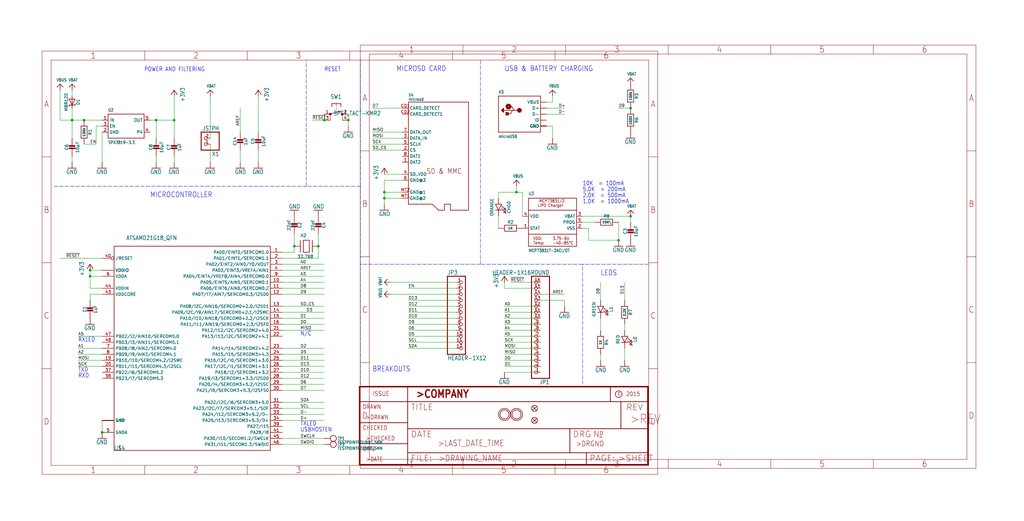
<source format=kicad_sch>
(kicad_sch (version 20211123) (generator eeschema)
  (paper "User" 433.07 220.421)
  (lib_symbols
    (symbol "eagleSchem-eagle-import:+3V3" (power)
      (property "Value" "+3V3" (at -2.54 -5.08 90))
      (symbol "+3V3_1_0"
        (pin power_in line (at 0 -2.54 90) (length 2.54) (name "+3V3") (number "1"))
      )
    )
    (symbol "eagleSchem-eagle-import:ATSAMD21J_QFN"
      (property "Value" "ATSAMD21J_QFN" (at -15.24 40.64 0))
      (symbol "ATSAMD21J_QFN_1_0"
        (pin bidirectional line (at 50.8 35.56 180) (length 5.08) (name "PA00/EINT0/SERCOM1.0") (number "1"))
        (pin bidirectional line (at 50.8 22.86 180) (length 5.08) (name "PA05/EINT5/AIN5/SERCOM0.1") (number "10"))
        (pin bidirectional line (at 50.8 20.32 180) (length 5.08) (name "PA06/EINT6/AIN6/SERCOM0.2") (number "11"))
        (pin bidirectional line (at 50.8 17.78 180) (length 5.08) (name "PA07/I7/AIN7/SERCOM0.3/I2SD0") (number "12"))
        (pin bidirectional line (at 50.8 12.7 180) (length 5.08) (name "PA08/I2C/AIN16/SERCOM0+2.0/I2SD1") (number "13"))
        (pin bidirectional line (at 50.8 10.16 180) (length 5.08) (name "PA09/I2C/I9/AIN17/SERCOM0+2.1/I2SMC") (number "14"))
        (pin bidirectional line (at 50.8 7.62 180) (length 5.08) (name "PA10/I10/AIN18/SERCOM0+2.2/I2SCK") (number "15"))
        (pin bidirectional line (at 50.8 5.08 180) (length 5.08) (name "PA11/I11/AIN19/SERCOM0+2.3/I2SF0") (number "16"))
        (pin power_in line (at -25.4 27.94 0) (length 5.08) (name "VDDIO") (number "17"))
        (pin power_in line (at -25.4 -35.56 0) (length 5.08) (name "GND") (number "18"))
        (pin bidirectional line (at -25.4 -10.16 0) (length 5.08) (name "PB10/I10/SERCOM4.2/I2SMC") (number "19"))
        (pin bidirectional line (at 50.8 33.02 180) (length 5.08) (name "PA01/EINT1/SERCOM1.1") (number "2"))
        (pin bidirectional line (at -25.4 -12.7 0) (length 5.08) (name "PB11/I11/SERCOM4.3/I2SCL") (number "20"))
        (pin bidirectional line (at 50.8 2.54 180) (length 5.08) (name "PA12/I12/I2C/SERCOM2+4.0") (number "21"))
        (pin bidirectional line (at 50.8 0 180) (length 5.08) (name "PA13/I13/I2C/SERCOM2+4.1") (number "22"))
        (pin bidirectional line (at 50.8 -5.08 180) (length 5.08) (name "PA14/I14/SERCOM2+4.2") (number "23"))
        (pin bidirectional line (at 50.8 -7.62 180) (length 5.08) (name "PA15/I15/SERCOM3+4.3") (number "24"))
        (pin bidirectional line (at 50.8 -10.16 180) (length 5.08) (name "PA16/I2C/I0/SERCOM1+3.0") (number "25"))
        (pin bidirectional line (at 50.8 -12.7 180) (length 5.08) (name "PA17/I2C/I1/SERCOM1+3.1") (number "26"))
        (pin bidirectional line (at 50.8 -15.24 180) (length 5.08) (name "PA18/I2/SERCOM1+3.2") (number "27"))
        (pin bidirectional line (at 50.8 -17.78 180) (length 5.08) (name "PA19/I3/SERCOM1+3.3/I2SD0") (number "28"))
        (pin bidirectional line (at 50.8 -20.32 180) (length 5.08) (name "PA20/I4/SERCOM3+5.2/I2SSC") (number "29"))
        (pin bidirectional line (at 50.8 30.48 180) (length 5.08) (name "PA02/EINT2/AIN0/Y0/VOUT") (number "3"))
        (pin bidirectional line (at 50.8 -22.86 180) (length 5.08) (name "PA21/I5/SERCOM3+5.3/I2SFS0") (number "30"))
        (pin bidirectional line (at 50.8 -27.94 180) (length 5.08) (name "PA22/I2C/I6/SERCOM3+5.0") (number "31"))
        (pin bidirectional line (at 50.8 -30.48 180) (length 5.08) (name "PA23/I2C/I7/SERCOM3+5.1/SOF") (number "32"))
        (pin bidirectional line (at 50.8 -33.02 180) (length 5.08) (name "PA24/I12/SERCOM3+5.2/D-") (number "33"))
        (pin bidirectional line (at 50.8 -35.56 180) (length 5.08) (name "PA25/I13/SERCOM3+5.3/D+") (number "34"))
        (pin power_in line (at -25.4 -35.56 0) (length 5.08) (name "GND") (number "35"))
        (pin power_in line (at -25.4 27.94 0) (length 5.08) (name "VDDIO") (number "36"))
        (pin bidirectional line (at -25.4 -15.24 0) (length 5.08) (name "PB22/I6/SERCOM5.2") (number "37"))
        (pin bidirectional line (at -25.4 -17.78 0) (length 5.08) (name "PB23/I7/SERCOM5.3") (number "38"))
        (pin bidirectional line (at 50.8 -38.1 180) (length 5.08) (name "PA27/I15") (number "39"))
        (pin bidirectional line (at 50.8 27.94 180) (length 5.08) (name "PA03/EINT3/VREFA/AIN1") (number "4"))
        (pin bidirectional inverted (at -25.4 33.02 0) (length 5.08) (name "/RESET") (number "40"))
        (pin bidirectional line (at 50.8 -40.64 180) (length 5.08) (name "PA28/I8") (number "41"))
        (pin power_in line (at -25.4 -35.56 0) (length 5.08) (name "GND") (number "42"))
        (pin power_in line (at -25.4 17.78 0) (length 5.08) (name "VDDCORE") (number "43"))
        (pin power_in line (at -25.4 20.32 0) (length 5.08) (name "VDDIN") (number "44"))
        (pin bidirectional line (at 50.8 -43.18 180) (length 5.08) (name "PA30/I10/SECOM1.2/SWCLK") (number "45"))
        (pin bidirectional line (at 50.8 -45.72 180) (length 5.08) (name "PA31/I11/SECOM1.3/SWDIO") (number "46"))
        (pin bidirectional line (at -25.4 0 0) (length 5.08) (name "PB02/I2/AIN10/SERCOM5.0") (number "47"))
        (pin bidirectional line (at -25.4 -2.54 0) (length 5.08) (name "PB03/I3/AIN11/SERCOM5.1") (number "48"))
        (pin power_in line (at -25.4 -40.64 0) (length 5.08) (name "GNDA") (number "5"))
        (pin power_in line (at -25.4 25.4 0) (length 5.08) (name "VDDA") (number "6"))
        (pin bidirectional line (at -25.4 -5.08 0) (length 5.08) (name "PB08/I8/AIN2/SERCOM4.0") (number "7"))
        (pin bidirectional line (at -25.4 -7.62 0) (length 5.08) (name "PB09/I9/AIN3/SERCOM4.1") (number "8"))
        (pin bidirectional line (at 50.8 25.4 180) (length 5.08) (name "PA04/EINT4/VREFB/AIN4/SERCOM0.0") (number "9"))
        (pin power_in line (at -25.4 -35.56 0) (length 5.08) (name "GND") (number "THERMAL"))
      )
    )
    (symbol "eagleSchem-eagle-import:CAP_CERAMIC0603_NO"
      (property "Reference" "C" (at -2.29 1.25 90))
      (property "Value" "CAP_CERAMIC0603_NO" (at 2.3 1.25 90))
      (symbol "CAP_CERAMIC0603_NO_1_0"
        (pin passive line (at 0 5.08 270) (length 2.54) (name "1") (number "1"))
        (pin passive line (at 0 -2.54 90) (length 2.54) (name "2") (number "2"))
      )
    )
    (symbol "eagleSchem-eagle-import:CAP_CERAMIC0805-NOOUTLINE"
      (property "Reference" "C" (at -2.29 1.25 90))
      (property "Value" "CAP_CERAMIC0805-NOOUTLINE" (at 2.3 1.25 90))
      (symbol "CAP_CERAMIC0805-NOOUTLINE_1_0"
        (pin passive line (at 0 5.08 270) (length 2.54) (name "1") (number "1"))
        (pin passive line (at 0 -2.54 90) (length 2.54) (name "2") (number "2"))
      )
    )
    (symbol "eagleSchem-eagle-import:CON_JST_PH_2PIN"
      (property "Reference" "X" (at -6.35 5.715 0))
      (property "Value" "CON_JST_PH_2PIN" (at -6.35 -5.08 0))
      (symbol "CON_JST_PH_2PIN_1_0"
        (pin passive inverted (at -2.54 2.54 0) (length 2.54) (name "1") (number "1"))
        (pin passive inverted (at -2.54 0 0) (length 2.54) (name "2") (number "2"))
      )
    )
    (symbol "eagleSchem-eagle-import:DIODE-SCHOTTKYSOD-123"
      (property "Reference" "D" (at 0 2.54 0))
      (property "Value" "DIODE-SCHOTTKYSOD-123" (at 0 -2.5 0))
      (symbol "DIODE-SCHOTTKYSOD-123_1_0"
        (pin passive line (at -2.54 0 0) (length 2.54) (name "A") (number "A"))
        (pin passive line (at 2.54 0 180) (length 2.54) (name "C") (number "C"))
      )
    )
    (symbol "eagleSchem-eagle-import:FIDUCIAL{dblquote}{dblquote}")
    (symbol "eagleSchem-eagle-import:FRAME_A4"
      (symbol "FRAME_A4_0_0"
        (text "1" (at 21.6958 1.905 0) (effects (font (size 2.54 2.286))))
        (text "1" (at 21.6958 177.165 0) (effects (font (size 2.54 2.286))))
        (text "2" (at 65.0875 1.905 0) (effects (font (size 2.54 2.286))))
        (text "2" (at 65.0875 177.165 0) (effects (font (size 2.54 2.286))))
        (text "3" (at 108.4792 1.905 0) (effects (font (size 2.54 2.286))))
        (text "3" (at 108.4792 177.165 0) (effects (font (size 2.54 2.286))))
        (text "4" (at 151.8708 1.905 0) (effects (font (size 2.54 2.286))))
        (text "4" (at 151.8708 177.165 0) (effects (font (size 2.54 2.286))))
        (text "5" (at 195.2625 1.905 0) (effects (font (size 2.54 2.286))))
        (text "5" (at 195.2625 177.165 0) (effects (font (size 2.54 2.286))))
        (text "6" (at 238.6542 1.905 0) (effects (font (size 2.54 2.286))))
        (text "6" (at 238.6542 177.165 0) (effects (font (size 2.54 2.286))))
        (text "A" (at 1.905 156.6863 0) (effects (font (size 2.54 2.286))))
        (text "A" (at 258.445 156.6863 0) (effects (font (size 2.54 2.286))))
        (text "B" (at 1.905 111.9188 0) (effects (font (size 2.54 2.286))))
        (text "B" (at 258.445 111.9188 0) (effects (font (size 2.54 2.286))))
        (text "C" (at 1.905 67.1513 0) (effects (font (size 2.54 2.286))))
        (text "C" (at 258.445 67.1513 0) (effects (font (size 2.54 2.286))))
        (text "D" (at 1.905 22.3838 0) (effects (font (size 2.54 2.286))))
        (text "D" (at 258.445 22.3838 0) (effects (font (size 2.54 2.286))))
      )
      (symbol "FRAME_A4_2_0"
        (text "2015" (at 112.4077 30.4673 0) (effects (font (size 1.778 1.5113)) (justify left bottom)))
        (text ">CHECKED" (at 2.2352 11.7348 0) (effects (font (size 1.778 1.5113)) (justify left bottom)))
        (text ">COMPANY" (at 23.349 29.6735 0) (effects (font (size 3.175 2.6987) (thickness 0.5397) bold) (justify left bottom)))
        (text ">DATE" (at 2.2352 2.8448 0) (effects (font (size 1.778 1.5113)) (justify left bottom)))
        (text ">DRAWING_NAME" (at 33.0327 2.8448 0) (effects (font (size 2.54 2.159)) (justify left bottom)))
        (text ">DRAWN" (at 2.2352 20.6248 0) (effects (font (size 1.778 1.5113)) (justify left bottom)))
        (text ">DRGNO" (at 91.1352 9.1948 0) (effects (font (size 2.1844 1.8567)) (justify left bottom)))
        (text ">LAST_DATE_TIME" (at 32.7152 9.1948 0) (effects (font (size 2.54 2.159)) (justify left bottom)))
        (text ">REV" (at 113.9952 18.7198 0) (effects (font (size 3.81 3.2385)) (justify left bottom)))
        (text ">SHEET" (at 108.9152 2.8448 0) (effects (font (size 2.54 2.54)) (justify left bottom)))
        (text "C" (at 108.7564 30.7848 0) (effects (font (size 1.27 1.0795)) (justify left bottom)))
        (text "CHECKED" (at 0.9652 16.1798 0) (effects (font (size 1.778 1.5113)) (justify left bottom)))
        (text "DATE" (at 0.9652 7.2898 0) (effects (font (size 1.778 1.5113)) (justify left bottom)))
        (text "DATE" (at 21.2852 13.0048 0) (effects (font (size 2.54 2.54)) (justify left bottom)))
        (text "DRAWN" (at 0.9652 25.0698 0) (effects (font (size 1.778 1.5113)) (justify left bottom)))
        (text "DRG" (at 89.8652 13.0048 0) (effects (font (size 2.54 2.54)) (justify left bottom)))
        (text "FILE:" (at 21.2852 2.8448 0) (effects (font (size 2.54 2.54)) (justify left bottom)))
        (text "ISSUE" (at 5.0927 30.4673 0) (effects (font (size 1.9304 1.6408)) (justify left bottom)))
        (text "N" (at 98.4377 13.0048 0) (effects (font (size 2.54 2.54)) (justify left bottom)))
        (text "o" (at 100.9777 13.9573 0) (effects (font (size 2.1844 1.8567)) (justify left bottom)))
        (text "PAGE:" (at 96.8502 2.8448 0) (effects (font (size 2.54 2.54)) (justify left bottom)))
        (text "REV" (at 112.4077 24.4348 0) (effects (font (size 2.54 2.54)) (justify left bottom)))
        (text "TITLE" (at 21.2852 24.4348 0) (effects (font (size 2.54 2.54)) (justify left bottom)))
      )
    )
    (symbol "eagleSchem-eagle-import:GND" (power)
      (property "Value" "GND" (at -2.54 -2.54 0))
      (symbol "GND_1_0"
        (pin power_in line (at 0 2.54 270) (length 2.54) (name "GND") (number "1"))
      )
    )
    (symbol "eagleSchem-eagle-import:HEADER-1X12"
      (property "Reference" "JP" (at -6.35 18.415 0))
      (property "Value" "HEADER-1X12" (at -6.35 -17.78 0))
      (symbol "HEADER-1X12_1_0"
        (pin passive inverted (at -2.54 15.24 0) (length 2.54) (name "1") (number "1"))
        (pin passive inverted (at -2.54 -7.62 0) (length 2.54) (name "10") (number "10"))
        (pin passive inverted (at -2.54 -10.16 0) (length 2.54) (name "11") (number "11"))
        (pin passive inverted (at -2.54 -12.7 0) (length 2.54) (name "12") (number "12"))
        (pin passive inverted (at -2.54 12.7 0) (length 2.54) (name "2") (number "2"))
        (pin passive inverted (at -2.54 10.16 0) (length 2.54) (name "3") (number "3"))
        (pin passive inverted (at -2.54 7.62 0) (length 2.54) (name "4") (number "4"))
        (pin passive inverted (at -2.54 5.08 0) (length 2.54) (name "5") (number "5"))
        (pin passive inverted (at -2.54 2.54 0) (length 2.54) (name "6") (number "6"))
        (pin passive inverted (at -2.54 0 0) (length 2.54) (name "7") (number "7"))
        (pin passive inverted (at -2.54 -2.54 0) (length 2.54) (name "8") (number "8"))
        (pin passive inverted (at -2.54 -5.08 0) (length 2.54) (name "9") (number "9"))
      )
    )
    (symbol "eagleSchem-eagle-import:HEADER-1X16ROUND"
      (property "Reference" "JP" (at -6.35 20.955 0))
      (property "Value" "HEADER-1X16ROUND" (at -6.35 -25.4 0))
      (symbol "HEADER-1X16ROUND_1_0"
        (pin passive inverted (at -2.54 17.78 0) (length 2.54) (name "1") (number "1"))
        (pin passive inverted (at -2.54 -5.08 0) (length 2.54) (name "10") (number "10"))
        (pin passive inverted (at -2.54 -7.62 0) (length 2.54) (name "11") (number "11"))
        (pin passive inverted (at -2.54 -10.16 0) (length 2.54) (name "12") (number "12"))
        (pin passive inverted (at -2.54 -12.7 0) (length 2.54) (name "13") (number "13"))
        (pin passive inverted (at -2.54 -15.24 0) (length 2.54) (name "14") (number "14"))
        (pin passive inverted (at -2.54 -17.78 0) (length 2.54) (name "15") (number "15"))
        (pin passive inverted (at -2.54 -20.32 0) (length 2.54) (name "16") (number "16"))
        (pin passive inverted (at -2.54 15.24 0) (length 2.54) (name "2") (number "2"))
        (pin passive inverted (at -2.54 12.7 0) (length 2.54) (name "3") (number "3"))
        (pin passive inverted (at -2.54 10.16 0) (length 2.54) (name "4") (number "4"))
        (pin passive inverted (at -2.54 7.62 0) (length 2.54) (name "5") (number "5"))
        (pin passive inverted (at -2.54 5.08 0) (length 2.54) (name "6") (number "6"))
        (pin passive inverted (at -2.54 2.54 0) (length 2.54) (name "7") (number "7"))
        (pin passive inverted (at -2.54 0 0) (length 2.54) (name "8") (number "8"))
        (pin passive inverted (at -2.54 -2.54 0) (length 2.54) (name "9") (number "9"))
      )
    )
    (symbol "eagleSchem-eagle-import:LED0805_NOOUTLINE"
      (property "Reference" "D" (at -1.27 4.445 0))
      (property "Value" "LED0805_NOOUTLINE" (at -1.27 -2.794 0))
      (symbol "LED0805_NOOUTLINE_1_0"
        (pin passive line (at -5.08 0 0) (length 2.54) (name "A") (number "A"))
        (pin passive line (at 2.54 0 180) (length 2.54) (name "C") (number "C"))
      )
    )
    (symbol "eagleSchem-eagle-import:MCP73831{slash}2"
      (property "Reference" "U" (at -10.16 11.43 0))
      (property "Value" "MCP73831{slash}2" (at -10.16 -12.7 0))
      (symbol "MCP73831{slash}2_1_0"
        (text "-40-85°C" (at 0 -9.525 0) (effects (font (size 1.27 1.0795)) (justify left bottom)))
        (text "3.75-6V" (at 0 -7.62 0) (effects (font (size 1.27 1.0795)) (justify left bottom)))
        (text "LIPO Charger" (at -6.35 6.35 0) (effects (font (size 1.27 1.0795)) (justify left bottom)))
        (text "MCP73831/2" (at -5.715 8.255 0) (effects (font (size 1.27 1.0795)) (justify left bottom)))
        (text "Temp:" (at -8.255 -9.525 0) (effects (font (size 1.27 1.0795)) (justify left bottom)))
        (text "VDD:" (at -8.255 -7.62 0) (effects (font (size 1.27 1.0795)) (justify left bottom)))
        (pin output line (at -12.7 -2.54 0) (length 2.54) (name "STAT") (number "1"))
        (pin power_in line (at 12.7 -2.54 180) (length 2.54) (name "VSS") (number "2"))
        (pin power_in line (at 12.7 2.54 180) (length 2.54) (name "VBAT") (number "3"))
        (pin power_in line (at -12.7 2.54 0) (length 2.54) (name "VDD") (number "4"))
        (pin input line (at 12.7 0 180) (length 2.54) (name "PROG") (number "5"))
      )
    )
    (symbol "eagleSchem-eagle-import:MICROSD"
      (property "Reference" "X" (at -12.7 22.606 0))
      (property "Value" "MICROSD" (at -12.7 20.828 0))
      (symbol "MICROSD_1_0"
        (text "SD & MMC" (at -5.08 -10.16 0) (effects (font (size 2.1844 1.8567)) (justify left bottom)))
        (pin bidirectional line (at -15.24 -5.08 0) (length 2.54) (name "DAT2") (number "1"))
        (pin input line (at -15.24 0 0) (length 2.54) (name "CS") (number "2"))
        (pin input line (at -15.24 5.08 0) (length 2.54) (name "DATA_IN") (number "3"))
        (pin power_in line (at -15.24 -10.16 0) (length 2.54) (name "SD_VDD") (number "4"))
        (pin input line (at -15.24 2.54 0) (length 2.54) (name "SCLK") (number "5"))
        (pin power_in line (at -15.24 -12.7 0) (length 2.54) (name "GND@3") (number "6"))
        (pin output line (at -15.24 7.62 0) (length 2.54) (name "DATA_OUT") (number "7"))
        (pin bidirectional line (at -15.24 -2.54 0) (length 2.54) (name "DAT1") (number "8"))
        (pin passive line (at -15.24 17.78 0) (length 2.54) (name "CARD_DETECT") (number "CD1"))
        (pin passive line (at -15.24 15.24 0) (length 2.54) (name "CARD_DETECT1") (number "CD2"))
        (pin power_in line (at -15.24 -20.32 0) (length 2.54) (name "GND@2") (number "MT1"))
        (pin power_in line (at -15.24 -17.78 0) (length 2.54) (name "GND@1") (number "MT2"))
      )
    )
    (symbol "eagleSchem-eagle-import:MOUNTINGHOLE2.5")
    (symbol "eagleSchem-eagle-import:RESISTOR_0603_NOOUT"
      (property "Reference" "R" (at 0 2.54 0))
      (property "Value" "RESISTOR_0603_NOOUT" (at 0 0 0))
      (symbol "RESISTOR_0603_NOOUT_1_0"
        (pin passive line (at -5.08 0 0) (length 2.54) (name "1") (number "1"))
        (pin passive line (at 5.08 0 180) (length 2.54) (name "2") (number "2"))
      )
    )
    (symbol "eagleSchem-eagle-import:SPST_TACT-KMR2"
      (property "Reference" "SW" (at -6.35 -2.54 90))
      (property "Value" "SPST_TACT-KMR2" (at -3.81 3.175 90))
      (symbol "SPST_TACT-KMR2_1_0"
        (pin passive line (at 0 -5.08 90) (length 2.54) (name "P") (number "1"))
        (pin passive line (at 0 5.08 270) (length 2.54) (name "S") (number "2"))
        (pin passive line (at 2.54 -5.08 90) (length 2.54) (name "P1") (number "3"))
        (pin passive line (at 2.54 5.08 270) (length 2.54) (name "S1") (number "4"))
      )
    )
    (symbol "eagleSchem-eagle-import:TESTPOINTROUND1.5MM"
      (property "Reference" "TP" (at 0 5.588 90))
      (property "Value" "TESTPOINTROUND1.5MM" (at 1.651 5.588 90))
      (symbol "TESTPOINTROUND1.5MM_1_0"
        (pin bidirectional line (at 0 0 90) (length 2.54) (name "P$1") (number "P$1"))
      )
    )
    (symbol "eagleSchem-eagle-import:USB_MICRO_20329_V2"
      (property "Reference" "X" (at -10.16 8.636 0))
      (property "Value" "USB_MICRO_20329_V2" (at -10.16 -10.16 0))
      (symbol "USB_MICRO_20329_V2_1_0"
        (pin power_in line (at 10.16 -5.08 180) (length 2.54) (name "GND") (number "BASE@1"))
        (pin power_in line (at 10.16 -5.08 180) (length 2.54) (name "GND") (number "BASE@2"))
        (pin bidirectional line (at 10.16 2.54 180) (length 2.54) (name "D+") (number "D+"))
        (pin bidirectional line (at 10.16 0 180) (length 2.54) (name "D-") (number "D-"))
        (pin power_in line (at 10.16 -5.08 180) (length 2.54) (name "GND") (number "GND"))
        (pin bidirectional line (at 10.16 -2.54 180) (length 2.54) (name "ID") (number "ID"))
        (pin power_in line (at 10.16 -5.08 180) (length 2.54) (name "GND") (number "SPRT@1"))
        (pin power_in line (at 10.16 -5.08 180) (length 2.54) (name "GND") (number "SPRT@2"))
        (pin power_in line (at 10.16 -5.08 180) (length 2.54) (name "GND") (number "SPRT@3"))
        (pin power_in line (at 10.16 -5.08 180) (length 2.54) (name "GND") (number "SPRT@4"))
        (pin power_in line (at 10.16 5.08 180) (length 2.54) (name "VBUS") (number "VBUS"))
      )
    )
    (symbol "eagleSchem-eagle-import:VBAT" (power)
      (property "Value" "VBAT" (at -1.524 1.016 0))
      (symbol "VBAT_1_0"
        (pin power_in line (at 0 -2.54 90) (length 2.54) (name "VBAT") (number "1"))
      )
    )
    (symbol "eagleSchem-eagle-import:VBUS" (power)
      (property "Value" "VBUS" (at -1.524 1.016 0))
      (symbol "VBUS_1_0"
        (pin power_in line (at 0 -2.54 90) (length 2.54) (name "VBUS") (number "1"))
      )
    )
    (symbol "eagleSchem-eagle-import:VREG_SOT23-5"
      (property "Reference" "U" (at -7.62 6.096 0))
      (property "Value" "VREG_SOT23-5" (at -7.62 -7.62 0))
      (symbol "VREG_SOT23-5_1_0"
        (pin power_in line (at -10.16 2.54 0) (length 2.54) (name "IN") (number "1"))
        (pin power_in line (at -10.16 -2.54 0) (length 2.54) (name "GND") (number "2"))
        (pin input line (at -10.16 0 0) (length 2.54) (name "EN") (number "3"))
        (pin bidirectional line (at 10.16 -2.54 180) (length 2.54) (name "P4") (number "4"))
        (pin power_in line (at 10.16 2.54 180) (length 2.54) (name "OUT") (number "5"))
      )
    )
    (symbol "eagleSchem-eagle-import:XTAL-3.2X1.5"
      (property "Reference" "X" (at -2.54 3.81 0))
      (property "Value" "XTAL-3.2X1.5" (at -3.81 -5.08 0))
      (symbol "XTAL-3.2X1.5_1_0"
        (pin bidirectional line (at -5.08 0 0) (length 2.54) (name "P$1") (number "P$1"))
        (pin bidirectional line (at 5.08 0 180) (length 2.54) (name "P$2") (number "P$2"))
      )
    )
  )
  (junction (at 35.56 50.8))
  (junction (at 266.7 91.44))
  (junction (at 73.66 50.8))
  (junction (at 162.56 81.28))
  (junction (at 137.16 50.8))
  (junction (at 66.04 50.8))
  (junction (at 266.7 45.72))
  (junction (at 218.44 81.28))
  (junction (at 30.48 50.8))
  (junction (at 38.1 116.84))
  (junction (at 147.32 50.8))
  (junction (at 261.62 101.6))
  (junction (at 38.1 114.3))
  (junction (at 43.18 182.88))
  (junction (at 134.62 104.14))
  (junction (at 162.56 83.82))
  (junction (at 124.46 104.14))
  (wire (pts (xy 254 134.62) (xy 254 139.7)))
  (wire (pts (xy 38.1 121.92) (xy 38.1 116.84)))
  (polyline (pts (xy 274.32 111.76) (xy 246.38 111.76)))
  (wire (pts (xy 213.36 142.24) (xy 228.6 142.24)))
  (wire (pts (xy 193.04 142.24) (xy 172.72 142.24)))
  (wire (pts (xy 137.16 119.38) (xy 119.38 119.38)))
  (wire (pts (xy 119.38 116.84) (xy 137.16 116.84)))
  (wire (pts (xy 63.5 50.8) (xy 66.04 50.8)))
  (wire (pts (xy 172.72 147.32) (xy 193.04 147.32)))
  (wire (pts (xy 213.36 132.08) (xy 228.6 132.08)))
  (wire (pts (xy 30.48 66.04) (xy 30.48 68.58)))
  (wire (pts (xy 119.38 124.46) (xy 137.16 124.46)))
  (wire (pts (xy 210.82 83.82) (xy 210.82 81.28)))
  (wire (pts (xy 228.6 124.46) (xy 238.76 124.46)))
  (wire (pts (xy 170.18 81.28) (xy 162.56 81.28)))
  (wire (pts (xy 119.38 162.56) (xy 137.16 162.56)))
  (wire (pts (xy 213.36 119.38) (xy 213.36 121.92)))
  (wire (pts (xy 25.4 50.8) (xy 30.48 50.8)))
  (wire (pts (xy 40.64 53.34) (xy 43.18 53.34)))
  (wire (pts (xy 218.44 81.28) (xy 220.98 81.28)))
  (wire (pts (xy 35.56 60.96) (xy 40.64 60.96)))
  (wire (pts (xy 238.76 127) (xy 238.76 129.54)))
  (wire (pts (xy 124.46 99.06) (xy 124.46 104.14)))
  (wire (pts (xy 73.66 50.8) (xy 73.66 58.42)))
  (wire (pts (xy 172.72 129.54) (xy 193.04 129.54)))
  (wire (pts (xy 43.18 116.84) (xy 38.1 116.84)))
  (wire (pts (xy 231.14 43.18) (xy 233.68 43.18)))
  (wire (pts (xy 134.62 104.14) (xy 134.62 99.06)))
  (polyline (pts (xy 203.2 111.76) (xy 152.4 111.76)))
  (polyline (pts (xy 246.38 162.56) (xy 246.38 111.76)))
  (wire (pts (xy 132.08 50.8) (xy 137.16 50.8)))
  (wire (pts (xy 157.48 58.42) (xy 170.18 58.42)))
  (wire (pts (xy 213.36 149.86) (xy 228.6 149.86)))
  (wire (pts (xy 119.38 165.1) (xy 137.16 165.1)))
  (wire (pts (xy 193.04 124.46) (xy 165.1 124.46)))
  (wire (pts (xy 210.82 91.44) (xy 210.82 96.52)))
  (wire (pts (xy 231.14 53.34) (xy 233.68 53.34)))
  (wire (pts (xy 193.04 132.08) (xy 172.72 132.08)))
  (wire (pts (xy 73.66 66.04) (xy 73.66 68.58)))
  (wire (pts (xy 119.38 185.42) (xy 137.16 185.42)))
  (wire (pts (xy 248.92 101.6) (xy 261.62 101.6)))
  (wire (pts (xy 35.56 50.8) (xy 30.48 50.8)))
  (wire (pts (xy 137.16 129.54) (xy 119.38 129.54)))
  (wire (pts (xy 119.38 160.02) (xy 137.16 160.02)))
  (wire (pts (xy 210.82 81.28) (xy 218.44 81.28)))
  (wire (pts (xy 228.6 119.38) (xy 215.9 119.38)))
  (wire (pts (xy 66.04 66.04) (xy 66.04 68.58)))
  (wire (pts (xy 33.02 154.94) (xy 43.18 154.94)))
  (wire (pts (xy 119.38 106.68) (xy 124.46 106.68)))
  (wire (pts (xy 165.1 119.38) (xy 193.04 119.38)))
  (wire (pts (xy 119.38 152.4) (xy 137.16 152.4)))
  (wire (pts (xy 170.18 45.72) (xy 157.48 45.72)))
  (polyline (pts (xy 22.86 78.74) (xy 129.54 78.74)))
  (wire (pts (xy 213.36 137.16) (xy 228.6 137.16)))
  (wire (pts (xy 172.72 134.62) (xy 193.04 134.62)))
  (wire (pts (xy 228.6 127) (xy 238.76 127)))
  (wire (pts (xy 228.6 144.78) (xy 213.36 144.78)))
  (polyline (pts (xy 152.4 78.74) (xy 152.4 25.4)))
  (wire (pts (xy 88.9 40.64) (xy 88.9 58.42)))
  (wire (pts (xy 30.48 40.64) (xy 30.48 38.1)))
  (wire (pts (xy 109.22 68.58) (xy 109.22 63.5)))
  (wire (pts (xy 231.14 45.72) (xy 238.76 45.72)))
  (wire (pts (xy 170.18 83.82) (xy 162.56 83.82)))
  (wire (pts (xy 254 149.86) (xy 254 152.4)))
  (polyline (pts (xy 246.38 111.76) (xy 203.2 111.76)))
  (wire (pts (xy 43.18 55.88) (xy 43.18 68.58)))
  (wire (pts (xy 170.18 76.2) (xy 162.56 76.2)))
  (wire (pts (xy 30.48 45.72) (xy 30.48 50.8)))
  (wire (pts (xy 137.16 157.48) (xy 119.38 157.48)))
  (polyline (pts (xy 152.4 162.56) (xy 152.4 111.76)))
  (wire (pts (xy 109.22 55.88) (xy 109.22 40.64)))
  (wire (pts (xy 213.36 157.48) (xy 228.6 157.48)))
  (wire (pts (xy 43.18 152.4) (xy 33.02 152.4)))
  (wire (pts (xy 264.16 127) (xy 264.16 119.38)))
  (wire (pts (xy 172.72 121.92) (xy 193.04 121.92)))
  (wire (pts (xy 228.6 129.54) (xy 213.36 129.54)))
  (wire (pts (xy 228.6 139.7) (xy 213.36 139.7)))
  (wire (pts (xy 228.6 147.32) (xy 213.36 147.32)))
  (wire (pts (xy 228.6 134.62) (xy 213.36 134.62)))
  (wire (pts (xy 40.64 60.96) (xy 40.64 53.34)))
  (wire (pts (xy 119.38 121.92) (xy 137.16 121.92)))
  (wire (pts (xy 119.38 109.22) (xy 134.62 109.22)))
  (wire (pts (xy 119.38 114.3) (xy 137.16 114.3)))
  (wire (pts (xy 170.18 60.96) (xy 157.48 60.96)))
  (wire (pts (xy 43.18 50.8) (xy 35.56 50.8)))
  (wire (pts (xy 119.38 111.76) (xy 137.16 111.76)))
  (wire (pts (xy 73.66 50.8) (xy 73.66 40.64)))
  (wire (pts (xy 119.38 139.7) (xy 137.16 139.7)))
  (wire (pts (xy 137.16 149.86) (xy 119.38 149.86)))
  (wire (pts (xy 119.38 147.32) (xy 137.16 147.32)))
  (wire (pts (xy 101.6 63.5) (xy 101.6 68.58)))
  (wire (pts (xy 43.18 124.46) (xy 38.1 124.46)))
  (polyline (pts (xy 203.2 111.76) (xy 203.2 25.4)))
  (wire (pts (xy 134.62 109.22) (xy 134.62 104.14)))
  (wire (pts (xy 119.38 132.08) (xy 137.16 132.08)))
  (wire (pts (xy 233.68 53.34) (xy 233.68 58.42)))
  (wire (pts (xy 119.38 154.94) (xy 137.16 154.94)))
  (wire (pts (xy 248.92 96.52) (xy 248.92 101.6)))
  (wire (pts (xy 254 127) (xy 254 119.38)))
  (wire (pts (xy 38.1 116.84) (xy 38.1 114.3)))
  (wire (pts (xy 246.38 96.52) (xy 248.92 96.52)))
  (wire (pts (xy 33.02 149.86) (xy 43.18 149.86)))
  (wire (pts (xy 147.32 53.34) (xy 147.32 50.8)))
  (wire (pts (xy 213.36 154.94) (xy 228.6 154.94)))
  (wire (pts (xy 30.48 50.8) (xy 30.48 58.42)))
  (wire (pts (xy 213.36 121.92) (xy 228.6 121.92)))
  (wire (pts (xy 137.16 50.8) (xy 137.16 48.26)))
  (wire (pts (xy 162.56 81.28) (xy 162.56 83.82)))
  (wire (pts (xy 266.7 93.98) (xy 266.7 91.44)))
  (wire (pts (xy 43.18 114.3) (xy 38.1 114.3)))
  (wire (pts (xy 147.32 48.26) (xy 147.32 50.8)))
  (wire (pts (xy 66.04 50.8) (xy 73.66 50.8)))
  (wire (pts (xy 193.04 144.78) (xy 172.72 144.78)))
  (wire (pts (xy 162.56 76.2) (xy 162.56 81.28)))
  (wire (pts (xy 246.38 93.98) (xy 251.46 93.98)))
  (wire (pts (xy 162.56 83.82) (xy 162.56 86.36)))
  (wire (pts (xy 218.44 78.74) (xy 218.44 81.28)))
  (wire (pts (xy 101.6 55.88) (xy 101.6 45.72)))
  (wire (pts (xy 172.72 139.7) (xy 193.04 139.7)))
  (wire (pts (xy 43.18 142.24) (xy 33.02 142.24)))
  (wire (pts (xy 137.16 137.16) (xy 119.38 137.16)))
  (wire (pts (xy 228.6 152.4) (xy 213.36 152.4)))
  (polyline (pts (xy 152.4 78.74) (xy 129.54 78.74)))
  (wire (pts (xy 261.62 93.98) (xy 261.62 101.6)))
  (wire (pts (xy 66.04 58.42) (xy 66.04 50.8)))
  (wire (pts (xy 137.16 187.96) (xy 119.38 187.96)))
  (wire (pts (xy 264.16 147.32) (xy 264.16 152.4)))
  (wire (pts (xy 266.7 45.72) (xy 261.62 45.72)))
  (wire (pts (xy 193.04 127) (xy 172.72 127)))
  (wire (pts (xy 233.68 43.18) (xy 233.68 40.64)))
  (wire (pts (xy 43.18 109.22) (xy 25.4 109.22)))
  (wire (pts (xy 193.04 137.16) (xy 172.72 137.16)))
  (wire (pts (xy 238.76 48.26) (xy 231.14 48.26)))
  (wire (pts (xy 38.1 124.46) (xy 38.1 127)))
  (wire (pts (xy 162.56 73.66) (xy 170.18 73.66)))
  (wire (pts (xy 119.38 175.26) (xy 137.16 175.26)))
  (wire (pts (xy 43.18 177.8) (xy 43.18 182.88)))
  (polyline (pts (xy 152.4 111.76) (xy 152.4 78.74)))
  (wire (pts (xy 119.38 172.72) (xy 137.16 172.72)))
  (wire (pts (xy 124.46 106.68) (xy 124.46 104.14)))
  (wire (pts (xy 25.4 38.1) (xy 25.4 50.8)))
  (wire (pts (xy 266.7 91.44) (xy 246.38 91.44)))
  (wire (pts (xy 88.9 68.58) (xy 88.9 60.96)))
  (wire (pts (xy 119.38 134.62) (xy 137.16 134.62)))
  (wire (pts (xy 170.18 55.88) (xy 157.48 55.88)))
  (wire (pts (xy 43.18 147.32) (xy 33.02 147.32)))
  (wire (pts (xy 264.16 137.16) (xy 264.16 139.7)))
  (wire (pts (xy 220.98 81.28) (xy 220.98 91.44)))
  (wire (pts (xy 43.18 121.92) (xy 38.1 121.92)))
  (polyline (pts (xy 129.54 78.74) (xy 129.54 25.4)))
  (wire (pts (xy 157.48 63.5) (xy 170.18 63.5)))
  (wire (pts (xy 119.38 170.18) (xy 137.16 170.18)))
  (wire (pts (xy 137.16 177.8) (xy 119.38 177.8)))
  (text "USBHOSTEN" (at 127 182.88 180) (effects (font (size 1.778 1.5113)) (justify left bottom)))
  (text "1.0K  = 1000mA" (at 246.38 86.36 180) (effects (font (size 1.778 1.5113)) (justify left bottom)))
  (text "BREAKOUTS" (at 157.48 157.48 180) (effects (font (size 2.1844 1.8567)) (justify left bottom)))
  (text "5.0K  = 200mA" (at 246.38 81.28 180) (effects (font (size 1.778 1.5113)) (justify left bottom)))
  (text "USB & BATTERY CHARGING" (at 213.36 30.48 180) (effects (font (size 2.1844 1.8567)) (justify left bottom)))
  (text "POWER AND FILTERING" (at 60.96 30.48 180) (effects (font (size 1.778 1.5113)) (justify left bottom)))
  (text "MICROCONTROLLER" (at 63.5 83.82 180) (effects (font (size 2.1844 1.8567)) (justify left bottom)))
  (text "LEDS" (at 254 116.84 180) (effects (font (size 2.1844 1.8567)) (justify left bottom)))
  (text "TXLED" (at 127 180.34 180) (effects (font (size 1.778 1.5113)) (justify left bottom)))
  (text "RXD" (at 33.02 160.02 180) (effects (font (size 1.778 1.5113)) (justify left bottom)))
  (text "RESET" (at 137.16 30.48 180) (effects (font (size 1.778 1.5113)) (justify left bottom)))
  (text "MICROSD CARD" (at 167.64 30.48 180) (effects (font (size 2.1844 1.8567)) (justify left bottom)))
  (text "TXD" (at 33.02 157.48 180) (effects (font (size 1.778 1.5113)) (justify left bottom)))
  (text "2.0K  = 500mA" (at 246.38 83.82 180) (effects (font (size 1.778 1.5113)) (justify left bottom)))
  (text "N/C" (at 127 142.24 180) (effects (font (size 1.778 1.5113)) (justify left bottom)))
  (text "RXLED" (at 33.02 144.78 180) (effects (font (size 1.778 1.5113)) (justify left bottom)))
  (text "10K  = 100mA" (at 246.38 78.74 180) (effects (font (size 1.778 1.5113)) (justify left bottom)))
  (label "D7" (at 127 165.1 0) (effects (font (size 1.2446 1.2446))))
  (label "D+" (at 236.22 45.72 0) (effects (font (size 1.2446 1.2446))))
  (label "D8" (at 127 121.92 0) (effects (font (size 1.2446 1.2446))))
  (label "D12" (at 172.72 129.54 0) (effects (font (size 1.2446 1.2446))))
  (label "D6" (at 172.72 139.7 0) (effects (font (size 1.2446 1.2446))))
  (label "MOSI" (at 33.02 152.4 0) (effects (font (size 1.2446 1.2446))))
  (label "MOSI" (at 213.36 147.32 0) (effects (font (size 1.2446 1.2446))))
  (label "D0" (at 127 137.16 0) (effects (font (size 1.2446 1.2446))))
  (label "AREF" (at 127 114.3 0) (effects (font (size 1.2446 1.2446))))
  (label "EN" (at 172.72 121.92 0) (effects (font (size 1.2446 1.2446))))
  (label "A3" (at 127 116.84 0) (effects (font (size 1.2446 1.2446))))
  (label "MISO" (at 127 139.7 0) (effects (font (size 1.2446 1.2446))))
  (label "D12" (at 127 160.02 0) (effects (font (size 1.2446 1.2446))))
  (label "~{RESET}" (at 27.94 109.22 0) (effects (font (size 1.2446 1.2446))))
  (label "SWCLK" (at 127 185.42 0) (effects (font (size 1.2446 1.2446))))
  (label "D5" (at 127 149.86 0) (effects (font (size 1.2446 1.2446))))
  (label "D10" (at 127 157.48 0) (effects (font (size 1.2446 1.2446))))
  (label "A1" (at 213.36 132.08 0) (effects (font (size 1.2446 1.2446))))
  (label "AREF" (at 101.6 53.34 90) (effects (font (size 1.2446 1.2446))))
  (label "D6" (at 127 162.56 0) (effects (font (size 1.2446 1.2446))))
  (label "SCK" (at 33.02 154.94 0) (effects (font (size 1.2446 1.2446))))
  (label "D7" (at 157.48 45.72 0) (effects (font (size 1.2446 1.2446))))
  (label "D1" (at 213.36 154.94 0) (effects (font (size 1.2446 1.2446))))
  (label "AREF" (at 233.68 124.46 0) (effects (font (size 1.2446 1.2446))))
  (label "SD_CS" (at 127 129.54 0) (effects (font (size 1.2446 1.2446))))
  (label "D9" (at 172.72 137.16 0) (effects (font (size 1.2446 1.2446))))
  (label "D-" (at 127 175.26 0) (effects (font (size 1.2446 1.2446))))
  (label "MISO" (at 213.36 149.86 0) (effects (font (size 1.2446 1.2446))))
  (label "D11" (at 172.72 132.08 0) (effects (font (size 1.2446 1.2446))))
  (label "SCK" (at 157.48 60.96 0) (effects (font (size 1.2446 1.2446))))
  (label "EN" (at 38.1 60.96 0) (effects (font (size 1.2446 1.2446))))
  (label "D3" (at 129.54 132.08 0) (effects (font (size 1.2446 1.2446))))
  (label "~{RESET}" (at 132.08 50.8 0) (effects (font (size 1.2446 1.2446))))
  (label "A4" (at 127 119.38 0) (effects (font (size 1.2446 1.2446))))
  (label "D11" (at 127 152.4 0) (effects (font (size 1.2446 1.2446))))
  (label "A2" (at 213.36 134.62 0) (effects (font (size 1.2446 1.2446))))
  (label "MOSI" (at 157.48 58.42 0) (effects (font (size 1.2446 1.2446))))
  (label "D10" (at 172.72 134.62 0) (effects (font (size 1.2446 1.2446))))
  (label "D8" (at 254 124.46 90) (effects (font (size 1.2446 1.2446))))
  (label "D5" (at 172.72 142.24 0) (effects (font (size 1.2446 1.2446))))
  (label "D9" (at 261.62 45.72 0) (effects (font (size 1.2446 1.2446))))
  (label "SCK" (at 213.36 144.78 0) (effects (font (size 1.2446 1.2446))))
  (label "A5" (at 213.36 142.24 0) (effects (font (size 1.2446 1.2446))))
  (label "SWDIO" (at 127 187.96 0) (effects (font (size 1.2446 1.2446))))
  (label "SDA" (at 127 170.18 0) (effects (font (size 1.2446 1.2446))))
  (label "D1" (at 127 134.62 0) (effects (font (size 1.2446 1.2446))))
  (label "D+" (at 127 177.8 0) (effects (font (size 1.2446 1.2446))))
  (label "SDA" (at 172.72 147.32 0) (effects (font (size 1.2446 1.2446))))
  (label "A4" (at 213.36 139.7 0) (effects (font (size 1.2446 1.2446))))
  (label "D-" (at 236.22 48.26 0) (effects (font (size 1.2446 1.2446))))
  (label "A0" (at 213.36 129.54 0) (effects (font (size 1.2446 1.2446))))
  (label "D13" (at 127 154.94 0) (effects (font (size 1.2446 1.2446))))
  (label "A5" (at 33.02 142.24 0) (effects (font (size 1.2446 1.2446))))
  (label "A3" (at 213.36 137.16 0) (effects (font (size 1.2446 1.2446))))
  (label "A0" (at 127 111.76 0) (effects (font (size 1.2446 1.2446))))
  (label "D0" (at 213.36 152.4 0) (effects (font (size 1.2446 1.2446))))
  (label "~{RESET}" (at 215.9 119.38 0) (effects (font (size 1.2446 1.2446))))
  (label "D2" (at 127 147.32 0) (effects (font (size 1.2446 1.2446))))
  (label "D9" (at 127 124.46 0) (effects (font (size 1.2446 1.2446))))
  (label "D13" (at 264.16 124.46 90) (effects (font (size 1.2446 1.2446))))
  (label "SCL" (at 172.72 144.78 0) (effects (font (size 1.2446 1.2446))))
  (label "A2" (at 33.02 149.86 0) (effects (font (size 1.2446 1.2446))))
  (label "MISO" (at 157.48 55.88 0) (effects (font (size 1.2446 1.2446))))
  (label "D13" (at 172.72 127 0) (effects (font (size 1.2446 1.2446))))
  (label "SCL" (at 127 172.72 0) (effects (font (size 1.2446 1.2446))))
  (label "SD_CS" (at 157.48 63.5 0) (effects (font (size 1.2446 1.2446))))
  (label "A1" (at 33.02 147.32 0) (effects (font (size 1.2446 1.2446))))
  (symbol (lib_id "eagleSchem-eagle-import:GND") (at 101.6 71.12 0) (mirror y) (unit 1)
    (property "Reference" "#GND12" (effects hide))
    (property "Value" "GND" (at 104.14 73.66 0) (effects (font (size 1.778 1.5113)) (justify left bottom)))
    (property "Footprint" "eagleSchem:" (effects hide))
  )
  (symbol (lib_id "eagleSchem-eagle-import:MICROSD") (at 185.42 63.5 0) (unit 1)
    (property "Reference" "X4" (at 172.72 40.894 0) (effects (font (size 1.27 1.0795)) (justify left bottom)))
    (property "Value" "microsd" (at 172.72 42.672 0) (effects (font (size 1.27 1.0795)) (justify left bottom)))
    (property "Footprint" "eagleSchem:MICROSD" (effects hide))
  )
  (symbol (lib_id "eagleSchem-eagle-import:RESISTOR_0603_NOOUT") (at 264.16 132.08 270) (unit 1)
    (property "Reference" "R7" (at 266.7 132.08 0))
    (property "Value" "2.2K" (at 264.16 132.08 0) (effects (font (size 1.016 1.016) bold)))
    (property "Footprint" "eagleSchem:0603-NO" (effects hide))
  )
  (symbol (lib_id "eagleSchem-eagle-import:CAP_CERAMIC0603_NO") (at 38.1 132.08 0) (unit 1)
    (property "Reference" "C1" (at 35.81 130.83 90))
    (property "Value" "1uF" (at 40.4 130.83 90))
    (property "Footprint" "eagleSchem:0603-NO" (effects hide))
  )
  (symbol (lib_id "eagleSchem-eagle-import:CON_JST_PH_2PIN") (at 86.36 58.42 180) (unit 1)
    (property "Reference" "X1" (at 92.71 64.135 0) (effects (font (size 1.778 1.5113)) (justify left bottom)))
    (property "Value" "JSTPH" (at 92.71 53.34 0) (effects (font (size 1.778 1.5113)) (justify left bottom)))
    (property "Footprint" "eagleSchem:JSTPH2" (effects hide))
  )
  (symbol (lib_id "eagleSchem-eagle-import:GND") (at 266.7 104.14 0) (unit 1)
    (property "Reference" "#U$33" (effects hide))
    (property "Value" "GND" (at 264.16 106.68 0) (effects (font (size 1.778 1.5113)) (justify left bottom)))
    (property "Footprint" "eagleSchem:" (effects hide))
  )
  (symbol (lib_id "eagleSchem-eagle-import:GND") (at 30.48 71.12 0) (unit 1)
    (property "Reference" "#U$27" (effects hide))
    (property "Value" "GND" (at 27.94 73.66 0) (effects (font (size 1.778 1.5113)) (justify left bottom)))
    (property "Footprint" "eagleSchem:" (effects hide))
  )
  (symbol (lib_id "eagleSchem-eagle-import:LED0805_NOOUTLINE") (at 210.82 88.9 270) (unit 1)
    (property "Reference" "CHG0" (at 215.265 87.63 0))
    (property "Value" "ORANGE" (at 208.026 87.63 0))
    (property "Footprint" "eagleSchem:CHIPLED_0805_NOOUTLINE" (effects hide))
  )
  (symbol (lib_id "eagleSchem-eagle-import:GND") (at 238.76 132.08 0) (unit 1)
    (property "Reference" "#GND4" (effects hide))
    (property "Value" "GND" (at 236.22 134.62 0) (effects (font (size 1.778 1.5113)) (justify left bottom)))
    (property "Footprint" "eagleSchem:" (effects hide))
  )
  (symbol (lib_id "eagleSchem-eagle-import:RESISTOR_0603_NOOUT") (at 256.54 93.98 0) (unit 1)
    (property "Reference" "R8" (at 256.54 91.44 0))
    (property "Value" "10K\\" (at 256.54 93.98 0) (effects (font (size 1.016 1.016) bold)))
    (property "Footprint" "eagleSchem:0603-NO" (effects hide))
  )
  (symbol (lib_id "eagleSchem-eagle-import:CAP_CERAMIC0603_NO") (at 101.6 60.96 0) (unit 1)
    (property "Reference" "C14" (at 99.31 59.71 90))
    (property "Value" "1uF" (at 103.9 59.71 90))
    (property "Footprint" "eagleSchem:0603-NO" (effects hide))
  )
  (symbol (lib_id "eagleSchem-eagle-import:VBAT") (at 266.7 33.02 0) (unit 1)
    (property "Reference" "#U$2" (effects hide))
    (property "Value" "VBAT" (at 265.176 32.004 0) (effects (font (size 1.27 1.0795)) (justify left bottom)))
    (property "Footprint" "eagleSchem:" (effects hide))
  )
  (symbol (lib_id "eagleSchem-eagle-import:GND") (at 162.56 88.9 0) (mirror y) (unit 1)
    (property "Reference" "#GND8" (effects hide))
    (property "Value" "GND" (at 165.1 91.44 0) (effects (font (size 1.778 1.5113)) (justify left bottom)))
    (property "Footprint" "eagleSchem:" (effects hide))
  )
  (symbol (lib_id "eagleSchem-eagle-import:+3V3") (at 213.36 116.84 0) (unit 1)
    (property "Reference" "#+3V1" (effects hide))
    (property "Value" "+3V3" (at 210.82 121.92 90) (effects (font (size 1.778 1.5113)) (justify left bottom)))
    (property "Footprint" "eagleSchem:" (effects hide))
  )
  (symbol (lib_id "eagleSchem-eagle-import:+3V3") (at 162.56 71.12 0) (unit 1)
    (property "Reference" "#+3V5" (effects hide))
    (property "Value" "+3V3" (at 160.02 76.2 90) (effects (font (size 1.778 1.5113)) (justify left bottom)))
    (property "Footprint" "eagleSchem:" (effects hide))
  )
  (symbol (lib_id "eagleSchem-eagle-import:CAP_CERAMIC0805-NOOUTLINE") (at 266.7 99.06 0) (unit 1)
    (property "Reference" "C3" (at 264.41 97.81 90))
    (property "Value" "10µF" (at 269 97.81 90))
    (property "Footprint" "eagleSchem:0805-NO" (effects hide))
  )
  (symbol (lib_id "eagleSchem-eagle-import:RESISTOR_0603_NOOUT") (at 254 144.78 270) (unit 1)
    (property "Reference" "R4" (at 256.54 144.78 0))
    (property "Value" "1K" (at 254 144.78 0) (effects (font (size 1.016 1.016) bold)))
    (property "Footprint" "eagleSchem:0603-NO" (effects hide))
  )
  (symbol (lib_id "eagleSchem-eagle-import:CAP_CERAMIC0805-NOOUTLINE") (at 30.48 63.5 0) (unit 1)
    (property "Reference" "C6" (at 28.19 62.25 90))
    (property "Value" "10µF" (at 32.78 62.25 90))
    (property "Footprint" "eagleSchem:0805-NO" (effects hide))
  )
  (symbol (lib_id "eagleSchem-eagle-import:MOUNTINGHOLE2.5") (at 213.36 175.26 0) (unit 1)
    (property "Reference" "U$32" (effects hide))
    (property "Value" "MOUNTINGHOLE2.5" (effects hide))
    (property "Footprint" "eagleSchem:MOUNTINGHOLE_2.5_PLATED" (effects hide))
  )
  (symbol (lib_id "eagleSchem-eagle-import:HEADER-1X12") (at 195.58 134.62 0) (unit 1)
    (property "Reference" "JP3" (at 189.23 116.205 0) (effects (font (size 1.778 1.5113)) (justify left bottom)))
    (property "Value" "HEADER-1X12" (at 189.23 152.4 0) (effects (font (size 1.778 1.5113)) (justify left bottom)))
    (property "Footprint" "eagleSchem:1X12_ROUND" (effects hide))
  )
  (symbol (lib_id "eagleSchem-eagle-import:GND") (at 254 154.94 0) (mirror y) (unit 1)
    (property "Reference" "#GND9" (effects hide))
    (property "Value" "GND" (at 256.54 157.48 0) (effects (font (size 1.778 1.5113)) (justify left bottom)))
    (property "Footprint" "eagleSchem:" (effects hide))
  )
  (symbol (lib_id "eagleSchem-eagle-import:HEADER-1X16ROUND") (at 226.06 139.7 180) (unit 1)
    (property "Reference" "JP1" (at 232.41 160.655 0) (effects (font (size 1.778 1.5113)) (justify left bottom)))
    (property "Value" "HEADER-1X16ROUND" (at 232.41 114.3 0) (effects (font (size 1.778 1.5113)) (justify left bottom)))
    (property "Footprint" "eagleSchem:1X16_ROUND" (effects hide))
  )
  (symbol (lib_id "eagleSchem-eagle-import:GND") (at 264.16 154.94 0) (mirror y) (unit 1)
    (property "Reference" "#GND10" (effects hide))
    (property "Value" "GND" (at 266.7 157.48 0) (effects (font (size 1.778 1.5113)) (justify left bottom)))
    (property "Footprint" "eagleSchem:" (effects hide))
  )
  (symbol (lib_id "eagleSchem-eagle-import:VBAT") (at 162.56 119.38 90) (unit 1)
    (property "Reference" "#U$20" (effects hide))
    (property "Value" "VBAT" (at 161.544 120.904 0) (effects (font (size 1.27 1.0795)) (justify left bottom)))
    (property "Footprint" "eagleSchem:" (effects hide))
  )
  (symbol (lib_id "eagleSchem-eagle-import:VREG_SOT23-5") (at 53.34 53.34 0) (unit 1)
    (property "Reference" "U2" (at 45.72 47.244 0) (effects (font (size 1.27 1.0795)) (justify left bottom)))
    (property "Value" "SPX3819-3.3" (at 45.72 60.96 0) (effects (font (size 1.27 1.0795)) (justify left bottom)))
    (property "Footprint" "eagleSchem:SOT23-5" (effects hide))
  )
  (symbol (lib_id "eagleSchem-eagle-import:GND") (at 88.9 71.12 0) (unit 1)
    (property "Reference" "#U$22" (effects hide))
    (property "Value" "GND" (at 86.36 73.66 0) (effects (font (size 1.778 1.5113)) (justify left bottom)))
    (property "Footprint" "eagleSchem:" (effects hide))
  )
  (symbol (lib_id "eagleSchem-eagle-import:VBUS") (at 218.44 76.2 0) (unit 1)
    (property "Reference" "#U$38" (effects hide))
    (property "Value" "VBUS" (at 216.916 75.184 0) (effects (font (size 1.27 1.0795)) (justify left bottom)))
    (property "Footprint" "eagleSchem:" (effects hide))
  )
  (symbol (lib_id "eagleSchem-eagle-import:XTAL-3.2X1.5") (at 129.54 104.14 0) (unit 1)
    (property "Reference" "X2" (at 127 100.33 0) (effects (justify left bottom)))
    (property "Value" "32.768" (at 125.73 109.22 0) (effects (justify left bottom)))
    (property "Footprint" "eagleSchem:XTAL3215" (effects hide))
  )
  (symbol (lib_id "eagleSchem-eagle-import:+3V3") (at 38.1 111.76 0) (unit 1)
    (property "Reference" "#+3V3" (effects hide))
    (property "Value" "+3V3" (at 35.56 116.84 90) (effects (font (size 1.778 1.5113)) (justify left bottom)))
    (property "Footprint" "eagleSchem:" (effects hide))
  )
  (symbol (lib_id "eagleSchem-eagle-import:USB_MICRO_20329_V2") (at 220.98 48.26 0) (unit 1)
    (property "Reference" "X3" (at 210.82 39.624 0) (effects (font (size 1.27 1.0795)) (justify left bottom)))
    (property "Value" "microUSB" (at 210.82 58.42 0) (effects (font (size 1.27 1.0795)) (justify left bottom)))
    (property "Footprint" "eagleSchem:4UCONN_20329_V2" (effects hide))
  )
  (symbol (lib_id "eagleSchem-eagle-import:VBAT") (at 266.7 88.9 0) (unit 1)
    (property "Reference" "#U$39" (effects hide))
    (property "Value" "VBAT" (at 265.176 87.884 0) (effects (font (size 1.27 1.0795)) (justify left bottom)))
    (property "Footprint" "eagleSchem:" (effects hide))
  )
  (symbol (lib_id "eagleSchem-eagle-import:RESISTOR_0603_NOOUT") (at 35.56 55.88 270) (unit 1)
    (property "Reference" "R1" (at 38.1 55.88 0))
    (property "Value" "100k" (at 35.56 55.88 0) (effects (font (size 1.016 1.016) bold)))
    (property "Footprint" "eagleSchem:0603-NO" (effects hide))
  )
  (symbol (lib_id "eagleSchem-eagle-import:VBAT") (at 88.9 38.1 0) (unit 1)
    (property "Reference" "#U$16" (effects hide))
    (property "Value" "VBAT" (at 87.376 37.084 0) (effects (font (size 1.27 1.0795)) (justify left bottom)))
    (property "Footprint" "eagleSchem:" (effects hide))
  )
  (symbol (lib_id "eagleSchem-eagle-import:VBAT") (at 30.48 35.56 0) (unit 1)
    (property "Reference" "#U$21" (effects hide))
    (property "Value" "VBAT" (at 28.956 34.544 0) (effects (font (size 1.27 1.0795)) (justify left bottom)))
    (property "Footprint" "eagleSchem:" (effects hide))
  )
  (symbol (lib_id "eagleSchem-eagle-import:FIDUCIAL{dblquote}{dblquote}") (at 226.06 172.72 0) (unit 1)
    (property "Reference" "U$35" (effects hide))
    (property "Value" "FIDUCIAL{dblquote}{dblquote}" (effects hide))
    (property "Footprint" "eagleSchem:FIDUCIAL_1MM" (effects hide))
  )
  (symbol (lib_id "eagleSchem-eagle-import:GND") (at 109.22 71.12 0) (unit 1)
    (property "Reference" "#U$11" (effects hide))
    (property "Value" "GND" (at 106.68 73.66 0) (effects (font (size 1.778 1.5113)) (justify left bottom)))
    (property "Footprint" "eagleSchem:" (effects hide))
  )
  (symbol (lib_id "eagleSchem-eagle-import:LED0805_NOOUTLINE") (at 254 132.08 270) (unit 1)
    (property "Reference" "L1" (at 258.445 130.81 0))
    (property "Value" "GREEN" (at 251.206 130.81 0))
    (property "Footprint" "eagleSchem:CHIPLED_0805_NOOUTLINE" (effects hide))
  )
  (symbol (lib_id "eagleSchem-eagle-import:VBUS") (at 25.4 35.56 0) (unit 1)
    (property "Reference" "#U$3" (effects hide))
    (property "Value" "VBUS" (at 23.876 34.544 0) (effects (font (size 1.27 1.0795)) (justify left bottom)))
    (property "Footprint" "eagleSchem:" (effects hide))
  )
  (symbol (lib_id "eagleSchem-eagle-import:RESISTOR_0603_NOOUT") (at 215.9 96.52 0) (unit 1)
    (property "Reference" "R2" (at 215.9 93.98 0))
    (property "Value" "1K" (at 215.9 96.52 0) (effects (font (size 1.016 1.016) bold)))
    (property "Footprint" "eagleSchem:0603-NO" (effects hide))
  )
  (symbol (lib_id "eagleSchem-eagle-import:VBUS") (at 233.68 38.1 0) (unit 1)
    (property "Reference" "#U$1" (effects hide))
    (property "Value" "VBUS" (at 232.156 37.084 0) (effects (font (size 1.27 1.0795)) (justify left bottom)))
    (property "Footprint" "eagleSchem:" (effects hide))
  )
  (symbol (lib_id "eagleSchem-eagle-import:GND") (at 124.46 88.9 180) (unit 1)
    (property "Reference" "#U$8" (effects hide))
    (property "Value" "GND" (at 127 86.36 0) (effects (font (size 1.778 1.5113)) (justify left bottom)))
    (property "Footprint" "eagleSchem:" (effects hide))
  )
  (symbol (lib_id "eagleSchem-eagle-import:GND") (at 266.7 58.42 0) (unit 1)
    (property "Reference" "#GND13" (effects hide))
    (property "Value" "GND" (at 264.16 60.96 0) (effects (font (size 1.778 1.5113)) (justify left bottom)))
    (property "Footprint" "eagleSchem:" (effects hide))
  )
  (symbol (lib_id "eagleSchem-eagle-import:VBUS") (at 162.56 124.46 90) (unit 1)
    (property "Reference" "#U$19" (effects hide))
    (property "Value" "VBUS" (at 161.544 125.984 0) (effects (font (size 1.27 1.0795)) (justify left bottom)))
    (property "Footprint" "eagleSchem:" (effects hide))
  )
  (symbol (lib_id "eagleSchem-eagle-import:TESTPOINTROUND1.5MM") (at 137.16 187.96 270) (unit 1)
    (property "Reference" "TP2" (at 142.748 187.96 90) (effects (font (size 1.27 1.0795)) (justify left)))
    (property "Value" "TESTPOINTROUND1.5MM" (at 142.748 189.611 90) (effects (font (size 1.27 1.0795)) (justify left)))
    (property "Footprint" "eagleSchem:TESTPOINT_ROUND_1.5MM" (effects hide))
  )
  (symbol (lib_id "eagleSchem-eagle-import:CAP_CERAMIC0603_NO") (at 134.62 93.98 180) (unit 1)
    (property "Reference" "C4" (at 136.91 95.23 90))
    (property "Value" "22pF" (at 132.32 95.23 90))
    (property "Footprint" "eagleSchem:0603-NO" (effects hide))
  )
  (symbol (lib_id "eagleSchem-eagle-import:+3V3") (at 109.22 38.1 0) (mirror y) (unit 1)
    (property "Reference" "#+3V2" (effects hide))
    (property "Value" "+3V3" (at 111.76 43.18 90) (effects (font (size 1.778 1.5113)) (justify left bottom)))
    (property "Footprint" "eagleSchem:" (effects hide))
  )
  (symbol (lib_id "eagleSchem-eagle-import:FRAME_A4") (at 152.4 198.12 0) (unit 2)
    (property "Reference" "#FRAME1" (effects hide))
    (property "Value" "FRAME_A4" (effects hide))
    (property "Footprint" "eagleSchem:" (effects hide))
  )
  (symbol (lib_id "eagleSchem-eagle-import:GND") (at 66.04 71.12 0) (unit 1)
    (property "Reference" "#U$29" (effects hide))
    (property "Value" "GND" (at 63.5 73.66 0) (effects (font (size 1.778 1.5113)) (justify left bottom)))
    (property "Footprint" "eagleSchem:" (effects hide))
  )
  (symbol (lib_id "eagleSchem-eagle-import:GND") (at 43.18 71.12 0) (unit 1)
    (property "Reference" "#U$30" (effects hide))
    (property "Value" "GND" (at 40.64 73.66 0) (effects (font (size 1.778 1.5113)) (justify left bottom)))
    (property "Footprint" "eagleSchem:" (effects hide))
  )
  (symbol (lib_id "eagleSchem-eagle-import:CAP_CERAMIC0805-NOOUTLINE") (at 66.04 63.5 0) (unit 1)
    (property "Reference" "C8" (at 63.75 62.25 90))
    (property "Value" "10µF" (at 68.34 62.25 90))
    (property "Footprint" "eagleSchem:0805-NO" (effects hide))
  )
  (symbol (lib_id "eagleSchem-eagle-import:GND") (at 38.1 137.16 0) (unit 1)
    (property "Reference" "#U$6" (effects hide))
    (property "Value" "GND" (at 35.56 139.7 0) (effects (font (size 1.778 1.5113)) (justify left bottom)))
    (property "Footprint" "eagleSchem:" (effects hide))
  )
  (symbol (lib_id "eagleSchem-eagle-import:GND") (at 134.62 88.9 180) (unit 1)
    (property "Reference" "#U$10" (effects hide))
    (property "Value" "GND" (at 137.16 86.36 0) (effects (font (size 1.778 1.5113)) (justify left bottom)))
    (property "Footprint" "eagleSchem:" (effects hide))
  )
  (symbol (lib_id "eagleSchem-eagle-import:MOUNTINGHOLE2.5") (at 218.44 175.26 0) (unit 1)
    (property "Reference" "U$31" (effects hide))
    (property "Value" "MOUNTINGHOLE2.5" (effects hide))
    (property "Footprint" "eagleSchem:MOUNTINGHOLE_2.5_PLATED" (effects hide))
  )
  (symbol (lib_id "eagleSchem-eagle-import:GND") (at 147.32 55.88 0) (unit 1)
    (property "Reference" "#GND7" (effects hide))
    (property "Value" "GND" (at 144.78 58.42 0) (effects (font (size 1.778 1.5113)) (justify left bottom)))
    (property "Footprint" "eagleSchem:" (effects hide))
  )
  (symbol (lib_id "eagleSchem-eagle-import:FRAME_A4") (at 17.78 200.66 0) (unit 1)
    (property "Reference" "#FRAME1" (effects hide))
    (property "Value" "FRAME_A4" (effects hide))
    (property "Footprint" "eagleSchem:" (effects hide))
  )
  (symbol (lib_id "eagleSchem-eagle-import:ATSAMD21J_QFN") (at 68.58 142.24 0) (unit 1)
    (property "Reference" "U$4" (at 48.26 190.5 0) (effects (font (size 1.778 1.5113)) (justify left bottom)))
    (property "Value" "ATSAMD21G18_QFN" (at 53.34 101.6 0) (effects (font (size 1.778 1.5113)) (justify left bottom)))
    (property "Footprint" "eagleSchem:TQFN48_7MM" (effects hide))
  )
  (symbol (lib_id "eagleSchem-eagle-import:GND") (at 213.36 160.02 0) (unit 1)
    (property "Reference" "#GND11" (effects hide))
    (property "Value" "GND" (at 210.82 162.56 0) (effects (font (size 1.778 1.5113)) (justify left bottom)))
    (property "Footprint" "eagleSchem:" (effects hide))
  )
  (symbol (lib_id "eagleSchem-eagle-import:+3V3") (at 73.66 38.1 0) (mirror y) (unit 1)
    (property "Reference" "#+3V4" (effects hide))
    (property "Value" "+3V3" (at 76.2 43.18 90) (effects (font (size 1.778 1.5113)) (justify left bottom)))
    (property "Footprint" "eagleSchem:" (effects hide))
  )
  (symbol (lib_id "eagleSchem-eagle-import:GND") (at 233.68 60.96 0) (unit 1)
    (property "Reference" "#GND1" (effects hide))
    (property "Value" "GND" (at 231.14 63.5 0) (effects (font (size 1.778 1.5113)) (justify left bottom)))
    (property "Footprint" "eagleSchem:" (effects hide))
  )
  (symbol (lib_id "eagleSchem-eagle-import:GND") (at 73.66 71.12 0) (unit 1)
    (property "Reference" "#U$28" (effects hide))
    (property "Value" "GND" (at 71.12 73.66 0) (effects (font (size 1.778 1.5113)) (justify left bottom)))
    (property "Footprint" "eagleSchem:" (effects hide))
  )
  (symbol (lib_id "eagleSchem-eagle-import:GND") (at 261.62 104.14 0) (unit 1)
    (property "Reference" "#U$36" (effects hide))
    (property "Value" "GND" (at 259.08 106.68 0) (effects (font (size 1.778 1.5113)) (justify left bottom)))
    (property "Footprint" "eagleSchem:" (effects hide))
  )
  (symbol (lib_id "eagleSchem-eagle-import:FIDUCIAL{dblquote}{dblquote}") (at 226.06 177.8 0) (unit 1)
    (property "Reference" "U$34" (effects hide))
    (property "Value" "FIDUCIAL{dblquote}{dblquote}" (effects hide))
    (property "Footprint" "eagleSchem:FIDUCIAL_1MM" (effects hide))
  )
  (symbol (lib_id "eagleSchem-eagle-import:GND") (at 43.18 185.42 0) (unit 1)
    (property "Reference" "#U$5" (effects hide))
    (property "Value" "GND" (at 40.64 187.96 0) (effects (font (size 1.778 1.5113)) (justify left bottom)))
    (property "Footprint" "eagleSchem:" (effects hide))
  )
  (symbol (lib_id "eagleSchem-eagle-import:SPST_TACT-KMR2") (at 142.24 48.26 270) (unit 1)
    (property "Reference" "SW1" (at 139.7 41.91 90) (effects (font (size 1.778 1.5113)) (justify left bottom)))
    (property "Value" "SPST_TACT-KMR2" (at 140.97 48.895 90) (effects (font (size 1.778 1.5113)) (justify left bottom)))
    (property "Footprint" "eagleSchem:KMR2" (effects hide))
  )
  (symbol (lib_id "eagleSchem-eagle-import:TESTPOINTROUND1.5MM") (at 137.16 185.42 270) (unit 1)
    (property "Reference" "TP1" (at 142.748 185.42 90) (effects (font (size 1.27 1.0795)) (justify left)))
    (property "Value" "TESTPOINTROUND1.5MM" (at 142.748 187.071 90) (effects (font (size 1.27 1.0795)) (justify left)))
    (property "Footprint" "eagleSchem:TESTPOINT_ROUND_1.5MM" (effects hide))
  )
  (symbol (lib_id "eagleSchem-eagle-import:MCP73831{slash}2") (at 233.68 93.98 0) (unit 1)
    (property "Reference" "U3" (at 223.52 82.55 0) (effects (font (size 1.27 1.0795)) (justify left bottom)))
    (property "Value" "MCP73831T-2ACI/OT" (at 223.52 106.68 0) (effects (font (size 1.27 1.0795)) (justify left bottom)))
    (property "Footprint" "eagleSchem:SOT23-5" (effects hide))
  )
  (symbol (lib_id "eagleSchem-eagle-import:DIODE-SCHOTTKYSOD-123") (at 30.48 43.18 270) (unit 1)
    (property "Reference" "D1" (at 33.02 43.18 0))
    (property "Value" "MBR120" (at 27.98 43.18 0))
    (property "Footprint" "eagleSchem:SOD-123" (effects hide))
  )
  (symbol (lib_id "eagleSchem-eagle-import:RESISTOR_0603_NOOUT") (at 266.7 40.64 270) (unit 1)
    (property "Reference" "R3" (at 269.24 40.64 0))
    (property "Value" "100k" (at 266.7 40.64 0) (effects (font (size 1.016 1.016) bold)))
    (property "Footprint" "eagleSchem:0603-NO" (effects hide))
  )
  (symbol (lib_id "eagleSchem-eagle-import:RESISTOR_0603_NOOUT") (at 266.7 50.8 270) (unit 1)
    (property "Reference" "R6" (at 269.24 50.8 0))
    (property "Value" "100K" (at 266.7 50.8 0) (effects (font (size 1.016 1.016) bold)))
    (property "Footprint" "eagleSchem:0603-NO" (effects hide))
  )
  (symbol (lib_id "eagleSchem-eagle-import:CAP_CERAMIC0603_NO") (at 73.66 63.5 0) (unit 1)
    (property "Reference" "C7" (at 71.37 62.25 90))
    (property "Value" "1uF" (at 75.96 62.25 90))
    (property "Footprint" "eagleSchem:0603-NO" (effects hide))
  )
  (symbol (lib_id "eagleSchem-eagle-import:CAP_CERAMIC0805-NOOUTLINE") (at 109.22 60.96 0) (unit 1)
    (property "Reference" "C5" (at 106.93 59.71 90))
    (property "Value" "10uF" (at 111.52 59.71 90))
    (property "Footprint" "eagleSchem:0805-NO" (effects hide))
  )
  (symbol (lib_id "eagleSchem-eagle-import:LED0805_NOOUTLINE") (at 264.16 144.78 270) (unit 1)
    (property "Reference" "L0" (at 268.605 143.51 0))
    (property "Value" "RED" (at 261.366 143.51 0))
    (property "Footprint" "eagleSchem:CHIPLED_0805_NOOUTLINE" (effects hide))
  )
  (symbol (lib_id "eagleSchem-eagle-import:CAP_CERAMIC0603_NO") (at 124.46 93.98 180) (unit 1)
    (property "Reference" "C2" (at 126.75 95.23 90))
    (property "Value" "22pF" (at 122.16 95.23 90))
    (property "Footprint" "eagleSchem:0603-NO" (effects hide))
  )
)
</source>
